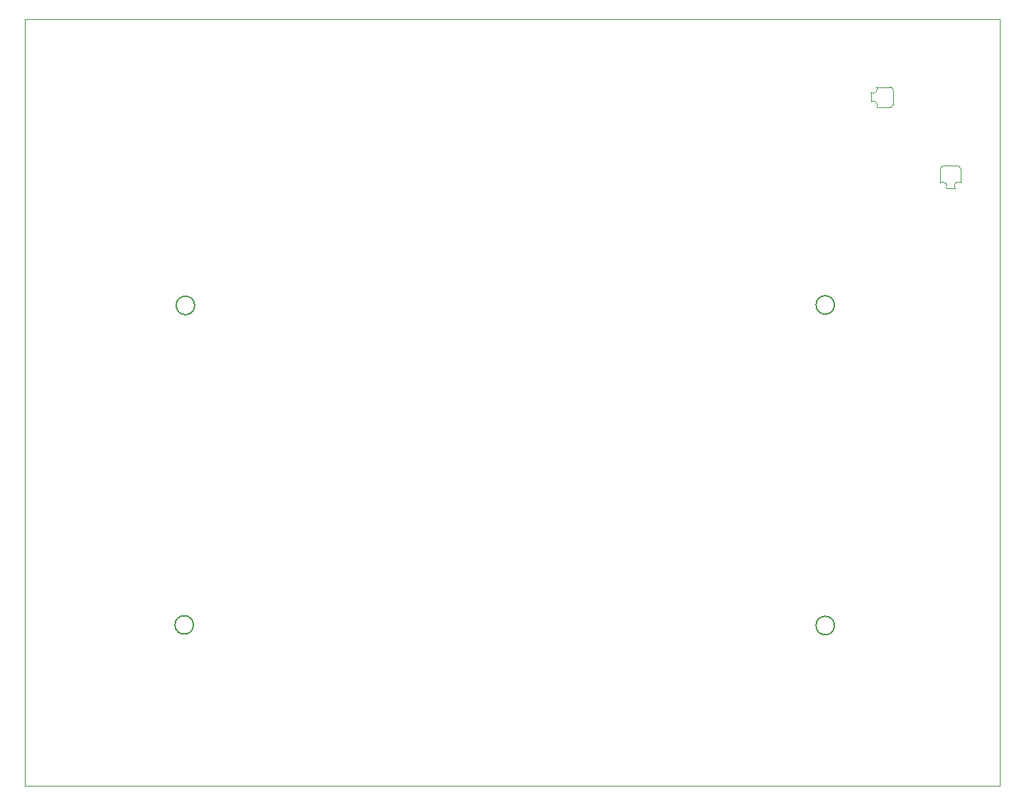
<source format=gbr>
%TF.GenerationSoftware,KiCad,Pcbnew,8.0.7*%
%TF.CreationDate,2025-02-15T16:26:46+09:00*%
%TF.ProjectId,cool642tb_L,636f6f6c-3634-4327-9462-5f4c2e6b6963,rev?*%
%TF.SameCoordinates,Original*%
%TF.FileFunction,Profile,NP*%
%FSLAX46Y46*%
G04 Gerber Fmt 4.6, Leading zero omitted, Abs format (unit mm)*
G04 Created by KiCad (PCBNEW 8.0.7) date 2025-02-15 16:26:46*
%MOMM*%
%LPD*%
G01*
G04 APERTURE LIST*
%TA.AperFunction,Profile*%
%ADD10C,0.200000*%
%TD*%
%TA.AperFunction,Profile*%
%ADD11C,0.050000*%
%TD*%
%TA.AperFunction,Profile*%
%ADD12C,0.120000*%
%TD*%
G04 APERTURE END LIST*
D10*
X10620000Y-9480000D02*
G75*
G02*
X8420000Y-9480000I-1100000J0D01*
G01*
X8420000Y-9480000D02*
G75*
G02*
X10620000Y-9480000I1100000J0D01*
G01*
X86850000Y-9420000D02*
G75*
G02*
X84650000Y-9420000I-1100000J0D01*
G01*
X84650000Y-9420000D02*
G75*
G02*
X86850000Y-9420000I1100000J0D01*
G01*
X86850000Y-47620000D02*
G75*
G02*
X84650000Y-47620000I-1100000J0D01*
G01*
X84650000Y-47620000D02*
G75*
G02*
X86850000Y-47620000I1100000J0D01*
G01*
X10480000Y-47550000D02*
G75*
G02*
X8280000Y-47550000I-1100000J0D01*
G01*
X8280000Y-47550000D02*
G75*
G02*
X10480000Y-47550000I1100000J0D01*
G01*
D11*
X-9640000Y24650000D02*
X106530000Y24650000D01*
X106530000Y-66700000D01*
X-9640000Y-66700000D01*
X-9640000Y24650000D01*
D12*
%TO.C,U1*%
X91202247Y14816553D02*
X91202247Y15857953D01*
X91888047Y16543753D02*
X93488247Y16543753D01*
X93488247Y14130753D02*
X91888047Y14130753D01*
X93869247Y16162753D02*
X93869247Y14511753D01*
X99482247Y5174047D02*
X99482247Y6774247D01*
X99863247Y7155247D02*
X101514247Y7155247D01*
X101209447Y4488247D02*
X100168047Y4488247D01*
X101895247Y6774247D02*
X101895247Y5174047D01*
X91202247Y14816553D02*
G75*
G02*
X91888047Y14130753I247753J-438047D01*
G01*
X91888047Y16543753D02*
G75*
G02*
X91202247Y15857953I-438047J-247753D01*
G01*
X93488247Y16543753D02*
G75*
G02*
X93869247Y16162753I8J-380992D01*
G01*
X93869247Y14511753D02*
G75*
G02*
X93488247Y14130753I-380996J-4D01*
G01*
X99482247Y6774247D02*
G75*
G02*
X99863247Y7155253I381003J3D01*
G01*
X99482247Y5174047D02*
G75*
G02*
X100168047Y4488247I247753J-438047D01*
G01*
X101209447Y4488247D02*
G75*
G02*
X101895251Y5174054I438053J247753D01*
G01*
X101514247Y7155247D02*
G75*
G02*
X101895247Y6774247I3J-380997D01*
G01*
%TD*%
M02*

</source>
